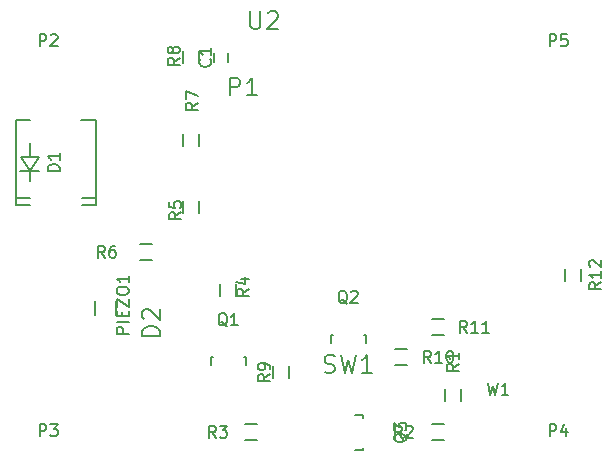
<source format=gto>
%TF.GenerationSoftware,KiCad,Pcbnew,4.0.2+e4-6225~38~ubuntu15.10.1-stable*%
%TF.CreationDate,2016-06-09T11:59:05+01:00*%
%TF.ProjectId,igrow-101,6967726F772D3130312E6B696361645F,101*%
%TF.FileFunction,Legend,Top*%
%FSLAX46Y46*%
G04 Gerber Fmt 4.6, Leading zero omitted, Abs format (unit mm)*
G04 Created by KiCad (PCBNEW 4.0.2+e4-6225~38~ubuntu15.10.1-stable) date Thu 09 Jun 2016 11:59:05 BST*
%MOMM*%
G01*
G04 APERTURE LIST*
%ADD10C,0.100000*%
%ADD11C,0.150000*%
G04 APERTURE END LIST*
D10*
D11*
X148625000Y-98775000D02*
X148625000Y-98075000D01*
X149825000Y-98075000D02*
X149825000Y-98775000D01*
X133055360Y-108010960D02*
X133055360Y-108912660D01*
X133055360Y-106713020D02*
X133055360Y-105714800D01*
X131853940Y-110365540D02*
X133055360Y-110365540D01*
X138656060Y-110365540D02*
X137454640Y-110365540D01*
X131853940Y-110914180D02*
X133055360Y-110914180D01*
X138656060Y-110914180D02*
X137454640Y-110914180D01*
X131853940Y-103715820D02*
X133106160Y-103715820D01*
X138656060Y-103715820D02*
X137403840Y-103715820D01*
X133855460Y-108010960D02*
X132255260Y-108010960D01*
X132306060Y-106862880D02*
X133855460Y-106862880D01*
X133055360Y-108013500D02*
X132306060Y-106862880D01*
X133055360Y-108010960D02*
X133855460Y-106860340D01*
X131853940Y-103715820D02*
X131853940Y-110914180D01*
X138656060Y-103715820D02*
X138656060Y-110914180D01*
X168235000Y-127500000D02*
X168235000Y-126500000D01*
X169585000Y-126500000D02*
X169585000Y-127500000D01*
X168140000Y-130850000D02*
X167140000Y-130850000D01*
X167140000Y-129500000D02*
X168140000Y-129500000D01*
X152265000Y-130850000D02*
X151265000Y-130850000D01*
X151265000Y-129500000D02*
X152265000Y-129500000D01*
X149185000Y-118610000D02*
X149185000Y-117610000D01*
X150535000Y-117610000D02*
X150535000Y-118610000D01*
X147360000Y-110625000D02*
X147360000Y-111625000D01*
X146010000Y-111625000D02*
X146010000Y-110625000D01*
X143375000Y-115610000D02*
X142375000Y-115610000D01*
X142375000Y-114260000D02*
X143375000Y-114260000D01*
X147360000Y-104910000D02*
X147360000Y-105910000D01*
X146010000Y-105910000D02*
X146010000Y-104910000D01*
X147360000Y-97925000D02*
X147360000Y-98925000D01*
X146010000Y-98925000D02*
X146010000Y-97925000D01*
X154980000Y-124595000D02*
X154980000Y-125595000D01*
X153630000Y-125595000D02*
X153630000Y-124595000D01*
X164965000Y-124500000D02*
X163965000Y-124500000D01*
X163965000Y-123150000D02*
X164965000Y-123150000D01*
X168140000Y-121960000D02*
X167140000Y-121960000D01*
X167140000Y-120610000D02*
X168140000Y-120610000D01*
X138571000Y-120234000D02*
X138571000Y-119034000D01*
X140321000Y-119034000D02*
X140321000Y-120234000D01*
X178395000Y-117340000D02*
X178395000Y-116340000D01*
X179745000Y-116340000D02*
X179745000Y-117340000D01*
X148360180Y-124510800D02*
X148360180Y-123809760D01*
X148360180Y-123809760D02*
X148609100Y-123809760D01*
X151159160Y-123809760D02*
X151359820Y-123809760D01*
X151359820Y-123809760D02*
X151359820Y-124510800D01*
X158520180Y-122605800D02*
X158520180Y-121904760D01*
X158520180Y-121904760D02*
X158769100Y-121904760D01*
X161319160Y-121904760D02*
X161519820Y-121904760D01*
X161519820Y-121904760D02*
X161519820Y-122605800D01*
X160604200Y-128675180D02*
X161305240Y-128675180D01*
X161305240Y-128675180D02*
X161305240Y-128924100D01*
X161305240Y-131474160D02*
X161305240Y-131674820D01*
X161305240Y-131674820D02*
X160604200Y-131674820D01*
X148312143Y-98591666D02*
X148359762Y-98639285D01*
X148407381Y-98782142D01*
X148407381Y-98877380D01*
X148359762Y-99020238D01*
X148264524Y-99115476D01*
X148169286Y-99163095D01*
X147978810Y-99210714D01*
X147835952Y-99210714D01*
X147645476Y-99163095D01*
X147550238Y-99115476D01*
X147455000Y-99020238D01*
X147407381Y-98877380D01*
X147407381Y-98782142D01*
X147455000Y-98639285D01*
X147502619Y-98591666D01*
X148407381Y-97639285D02*
X148407381Y-98210714D01*
X148407381Y-97925000D02*
X147407381Y-97925000D01*
X147550238Y-98020238D01*
X147645476Y-98115476D01*
X147693095Y-98210714D01*
X135580381Y-108053095D02*
X134580381Y-108053095D01*
X134580381Y-107815000D01*
X134628000Y-107672142D01*
X134723238Y-107576904D01*
X134818476Y-107529285D01*
X135008952Y-107481666D01*
X135151810Y-107481666D01*
X135342286Y-107529285D01*
X135437524Y-107576904D01*
X135532762Y-107672142D01*
X135580381Y-107815000D01*
X135580381Y-108053095D01*
X135580381Y-106529285D02*
X135580381Y-107100714D01*
X135580381Y-106815000D02*
X134580381Y-106815000D01*
X134723238Y-106910238D01*
X134818476Y-107005476D01*
X134866095Y-107100714D01*
X169362381Y-124372666D02*
X168886190Y-124706000D01*
X169362381Y-124944095D02*
X168362381Y-124944095D01*
X168362381Y-124563142D01*
X168410000Y-124467904D01*
X168457619Y-124420285D01*
X168552857Y-124372666D01*
X168695714Y-124372666D01*
X168790952Y-124420285D01*
X168838571Y-124467904D01*
X168886190Y-124563142D01*
X168886190Y-124944095D01*
X169362381Y-123420285D02*
X169362381Y-123991714D01*
X169362381Y-123706000D02*
X168362381Y-123706000D01*
X168505238Y-123801238D01*
X168600476Y-123896476D01*
X168648095Y-123991714D01*
X164552334Y-130627381D02*
X164219000Y-130151190D01*
X163980905Y-130627381D02*
X163980905Y-129627381D01*
X164361858Y-129627381D01*
X164457096Y-129675000D01*
X164504715Y-129722619D01*
X164552334Y-129817857D01*
X164552334Y-129960714D01*
X164504715Y-130055952D01*
X164457096Y-130103571D01*
X164361858Y-130151190D01*
X163980905Y-130151190D01*
X164933286Y-129722619D02*
X164980905Y-129675000D01*
X165076143Y-129627381D01*
X165314239Y-129627381D01*
X165409477Y-129675000D01*
X165457096Y-129722619D01*
X165504715Y-129817857D01*
X165504715Y-129913095D01*
X165457096Y-130055952D01*
X164885667Y-130627381D01*
X165504715Y-130627381D01*
X148804334Y-130627381D02*
X148471000Y-130151190D01*
X148232905Y-130627381D02*
X148232905Y-129627381D01*
X148613858Y-129627381D01*
X148709096Y-129675000D01*
X148756715Y-129722619D01*
X148804334Y-129817857D01*
X148804334Y-129960714D01*
X148756715Y-130055952D01*
X148709096Y-130103571D01*
X148613858Y-130151190D01*
X148232905Y-130151190D01*
X149137667Y-129627381D02*
X149756715Y-129627381D01*
X149423381Y-130008333D01*
X149566239Y-130008333D01*
X149661477Y-130055952D01*
X149709096Y-130103571D01*
X149756715Y-130198810D01*
X149756715Y-130436905D01*
X149709096Y-130532143D01*
X149661477Y-130579762D01*
X149566239Y-130627381D01*
X149280524Y-130627381D01*
X149185286Y-130579762D01*
X149137667Y-130532143D01*
X151582381Y-118022666D02*
X151106190Y-118356000D01*
X151582381Y-118594095D02*
X150582381Y-118594095D01*
X150582381Y-118213142D01*
X150630000Y-118117904D01*
X150677619Y-118070285D01*
X150772857Y-118022666D01*
X150915714Y-118022666D01*
X151010952Y-118070285D01*
X151058571Y-118117904D01*
X151106190Y-118213142D01*
X151106190Y-118594095D01*
X150915714Y-117165523D02*
X151582381Y-117165523D01*
X150534762Y-117403619D02*
X151249048Y-117641714D01*
X151249048Y-117022666D01*
X145867381Y-111545666D02*
X145391190Y-111879000D01*
X145867381Y-112117095D02*
X144867381Y-112117095D01*
X144867381Y-111736142D01*
X144915000Y-111640904D01*
X144962619Y-111593285D01*
X145057857Y-111545666D01*
X145200714Y-111545666D01*
X145295952Y-111593285D01*
X145343571Y-111640904D01*
X145391190Y-111736142D01*
X145391190Y-112117095D01*
X144867381Y-110640904D02*
X144867381Y-111117095D01*
X145343571Y-111164714D01*
X145295952Y-111117095D01*
X145248333Y-111021857D01*
X145248333Y-110783761D01*
X145295952Y-110688523D01*
X145343571Y-110640904D01*
X145438810Y-110593285D01*
X145676905Y-110593285D01*
X145772143Y-110640904D01*
X145819762Y-110688523D01*
X145867381Y-110783761D01*
X145867381Y-111021857D01*
X145819762Y-111117095D01*
X145772143Y-111164714D01*
X139406334Y-115387381D02*
X139073000Y-114911190D01*
X138834905Y-115387381D02*
X138834905Y-114387381D01*
X139215858Y-114387381D01*
X139311096Y-114435000D01*
X139358715Y-114482619D01*
X139406334Y-114577857D01*
X139406334Y-114720714D01*
X139358715Y-114815952D01*
X139311096Y-114863571D01*
X139215858Y-114911190D01*
X138834905Y-114911190D01*
X140263477Y-114387381D02*
X140073000Y-114387381D01*
X139977762Y-114435000D01*
X139930143Y-114482619D01*
X139834905Y-114625476D01*
X139787286Y-114815952D01*
X139787286Y-115196905D01*
X139834905Y-115292143D01*
X139882524Y-115339762D01*
X139977762Y-115387381D01*
X140168239Y-115387381D01*
X140263477Y-115339762D01*
X140311096Y-115292143D01*
X140358715Y-115196905D01*
X140358715Y-114958810D01*
X140311096Y-114863571D01*
X140263477Y-114815952D01*
X140168239Y-114768333D01*
X139977762Y-114768333D01*
X139882524Y-114815952D01*
X139834905Y-114863571D01*
X139787286Y-114958810D01*
X147264381Y-102274666D02*
X146788190Y-102608000D01*
X147264381Y-102846095D02*
X146264381Y-102846095D01*
X146264381Y-102465142D01*
X146312000Y-102369904D01*
X146359619Y-102322285D01*
X146454857Y-102274666D01*
X146597714Y-102274666D01*
X146692952Y-102322285D01*
X146740571Y-102369904D01*
X146788190Y-102465142D01*
X146788190Y-102846095D01*
X146264381Y-101941333D02*
X146264381Y-101274666D01*
X147264381Y-101703238D01*
X145740381Y-98464666D02*
X145264190Y-98798000D01*
X145740381Y-99036095D02*
X144740381Y-99036095D01*
X144740381Y-98655142D01*
X144788000Y-98559904D01*
X144835619Y-98512285D01*
X144930857Y-98464666D01*
X145073714Y-98464666D01*
X145168952Y-98512285D01*
X145216571Y-98559904D01*
X145264190Y-98655142D01*
X145264190Y-99036095D01*
X145168952Y-97893238D02*
X145121333Y-97988476D01*
X145073714Y-98036095D01*
X144978476Y-98083714D01*
X144930857Y-98083714D01*
X144835619Y-98036095D01*
X144788000Y-97988476D01*
X144740381Y-97893238D01*
X144740381Y-97702761D01*
X144788000Y-97607523D01*
X144835619Y-97559904D01*
X144930857Y-97512285D01*
X144978476Y-97512285D01*
X145073714Y-97559904D01*
X145121333Y-97607523D01*
X145168952Y-97702761D01*
X145168952Y-97893238D01*
X145216571Y-97988476D01*
X145264190Y-98036095D01*
X145359429Y-98083714D01*
X145549905Y-98083714D01*
X145645143Y-98036095D01*
X145692762Y-97988476D01*
X145740381Y-97893238D01*
X145740381Y-97702761D01*
X145692762Y-97607523D01*
X145645143Y-97559904D01*
X145549905Y-97512285D01*
X145359429Y-97512285D01*
X145264190Y-97559904D01*
X145216571Y-97607523D01*
X145168952Y-97702761D01*
X153360381Y-125261666D02*
X152884190Y-125595000D01*
X153360381Y-125833095D02*
X152360381Y-125833095D01*
X152360381Y-125452142D01*
X152408000Y-125356904D01*
X152455619Y-125309285D01*
X152550857Y-125261666D01*
X152693714Y-125261666D01*
X152788952Y-125309285D01*
X152836571Y-125356904D01*
X152884190Y-125452142D01*
X152884190Y-125833095D01*
X153360381Y-124785476D02*
X153360381Y-124595000D01*
X153312762Y-124499761D01*
X153265143Y-124452142D01*
X153122286Y-124356904D01*
X152931810Y-124309285D01*
X152550857Y-124309285D01*
X152455619Y-124356904D01*
X152408000Y-124404523D01*
X152360381Y-124499761D01*
X152360381Y-124690238D01*
X152408000Y-124785476D01*
X152455619Y-124833095D01*
X152550857Y-124880714D01*
X152788952Y-124880714D01*
X152884190Y-124833095D01*
X152931810Y-124785476D01*
X152979429Y-124690238D01*
X152979429Y-124499761D01*
X152931810Y-124404523D01*
X152884190Y-124356904D01*
X152788952Y-124309285D01*
X166997143Y-124277381D02*
X166663809Y-123801190D01*
X166425714Y-124277381D02*
X166425714Y-123277381D01*
X166806667Y-123277381D01*
X166901905Y-123325000D01*
X166949524Y-123372619D01*
X166997143Y-123467857D01*
X166997143Y-123610714D01*
X166949524Y-123705952D01*
X166901905Y-123753571D01*
X166806667Y-123801190D01*
X166425714Y-123801190D01*
X167949524Y-124277381D02*
X167378095Y-124277381D01*
X167663809Y-124277381D02*
X167663809Y-123277381D01*
X167568571Y-123420238D01*
X167473333Y-123515476D01*
X167378095Y-123563095D01*
X168568571Y-123277381D02*
X168663810Y-123277381D01*
X168759048Y-123325000D01*
X168806667Y-123372619D01*
X168854286Y-123467857D01*
X168901905Y-123658333D01*
X168901905Y-123896429D01*
X168854286Y-124086905D01*
X168806667Y-124182143D01*
X168759048Y-124229762D01*
X168663810Y-124277381D01*
X168568571Y-124277381D01*
X168473333Y-124229762D01*
X168425714Y-124182143D01*
X168378095Y-124086905D01*
X168330476Y-123896429D01*
X168330476Y-123658333D01*
X168378095Y-123467857D01*
X168425714Y-123372619D01*
X168473333Y-123325000D01*
X168568571Y-123277381D01*
X170045143Y-121737381D02*
X169711809Y-121261190D01*
X169473714Y-121737381D02*
X169473714Y-120737381D01*
X169854667Y-120737381D01*
X169949905Y-120785000D01*
X169997524Y-120832619D01*
X170045143Y-120927857D01*
X170045143Y-121070714D01*
X169997524Y-121165952D01*
X169949905Y-121213571D01*
X169854667Y-121261190D01*
X169473714Y-121261190D01*
X170997524Y-121737381D02*
X170426095Y-121737381D01*
X170711809Y-121737381D02*
X170711809Y-120737381D01*
X170616571Y-120880238D01*
X170521333Y-120975476D01*
X170426095Y-121023095D01*
X171949905Y-121737381D02*
X171378476Y-121737381D01*
X171664190Y-121737381D02*
X171664190Y-120737381D01*
X171568952Y-120880238D01*
X171473714Y-120975476D01*
X171378476Y-121023095D01*
X158020000Y-125067143D02*
X158234286Y-125138571D01*
X158591429Y-125138571D01*
X158734286Y-125067143D01*
X158805715Y-124995714D01*
X158877143Y-124852857D01*
X158877143Y-124710000D01*
X158805715Y-124567143D01*
X158734286Y-124495714D01*
X158591429Y-124424286D01*
X158305715Y-124352857D01*
X158162857Y-124281429D01*
X158091429Y-124210000D01*
X158020000Y-124067143D01*
X158020000Y-123924286D01*
X158091429Y-123781429D01*
X158162857Y-123710000D01*
X158305715Y-123638571D01*
X158662857Y-123638571D01*
X158877143Y-123710000D01*
X159377143Y-123638571D02*
X159734286Y-125138571D01*
X160020000Y-124067143D01*
X160305714Y-125138571D01*
X160662857Y-123638571D01*
X162020000Y-125138571D02*
X161162857Y-125138571D01*
X161591429Y-125138571D02*
X161591429Y-123638571D01*
X161448572Y-123852857D01*
X161305714Y-123995714D01*
X161162857Y-124067143D01*
X151727143Y-94533571D02*
X151727143Y-95747857D01*
X151798571Y-95890714D01*
X151870000Y-95962143D01*
X152012857Y-96033571D01*
X152298571Y-96033571D01*
X152441429Y-95962143D01*
X152512857Y-95890714D01*
X152584286Y-95747857D01*
X152584286Y-94533571D01*
X153227143Y-94676429D02*
X153298572Y-94605000D01*
X153441429Y-94533571D01*
X153798572Y-94533571D01*
X153941429Y-94605000D01*
X154012858Y-94676429D01*
X154084286Y-94819286D01*
X154084286Y-94962143D01*
X154012858Y-95176429D01*
X153155715Y-96033571D01*
X154084286Y-96033571D01*
X141422381Y-121808571D02*
X140422381Y-121808571D01*
X140422381Y-121427618D01*
X140470000Y-121332380D01*
X140517619Y-121284761D01*
X140612857Y-121237142D01*
X140755714Y-121237142D01*
X140850952Y-121284761D01*
X140898571Y-121332380D01*
X140946190Y-121427618D01*
X140946190Y-121808571D01*
X141422381Y-120808571D02*
X140422381Y-120808571D01*
X140898571Y-120332381D02*
X140898571Y-119999047D01*
X141422381Y-119856190D02*
X141422381Y-120332381D01*
X140422381Y-120332381D01*
X140422381Y-119856190D01*
X140422381Y-119522857D02*
X140422381Y-118856190D01*
X141422381Y-119522857D01*
X141422381Y-118856190D01*
X140422381Y-118284762D02*
X140422381Y-118094285D01*
X140470000Y-117999047D01*
X140565238Y-117903809D01*
X140755714Y-117856190D01*
X141089048Y-117856190D01*
X141279524Y-117903809D01*
X141374762Y-117999047D01*
X141422381Y-118094285D01*
X141422381Y-118284762D01*
X141374762Y-118380000D01*
X141279524Y-118475238D01*
X141089048Y-118522857D01*
X140755714Y-118522857D01*
X140565238Y-118475238D01*
X140470000Y-118380000D01*
X140422381Y-118284762D01*
X141422381Y-116903809D02*
X141422381Y-117475238D01*
X141422381Y-117189524D02*
X140422381Y-117189524D01*
X140565238Y-117284762D01*
X140660476Y-117380000D01*
X140708095Y-117475238D01*
X150022858Y-101643571D02*
X150022858Y-100143571D01*
X150594286Y-100143571D01*
X150737144Y-100215000D01*
X150808572Y-100286429D01*
X150880001Y-100429286D01*
X150880001Y-100643571D01*
X150808572Y-100786429D01*
X150737144Y-100857857D01*
X150594286Y-100929286D01*
X150022858Y-100929286D01*
X152308572Y-101643571D02*
X151451429Y-101643571D01*
X151880001Y-101643571D02*
X151880001Y-100143571D01*
X151737144Y-100357857D01*
X151594286Y-100500714D01*
X151451429Y-100572143D01*
X144061571Y-122011142D02*
X142561571Y-122011142D01*
X142561571Y-121653999D01*
X142633000Y-121439714D01*
X142775857Y-121296856D01*
X142918714Y-121225428D01*
X143204429Y-121153999D01*
X143418714Y-121153999D01*
X143704429Y-121225428D01*
X143847286Y-121296856D01*
X143990143Y-121439714D01*
X144061571Y-121653999D01*
X144061571Y-122011142D01*
X142704429Y-120582571D02*
X142633000Y-120511142D01*
X142561571Y-120368285D01*
X142561571Y-120011142D01*
X142633000Y-119868285D01*
X142704429Y-119796856D01*
X142847286Y-119725428D01*
X142990143Y-119725428D01*
X143204429Y-119796856D01*
X144061571Y-120653999D01*
X144061571Y-119725428D01*
X181422381Y-117482857D02*
X180946190Y-117816191D01*
X181422381Y-118054286D02*
X180422381Y-118054286D01*
X180422381Y-117673333D01*
X180470000Y-117578095D01*
X180517619Y-117530476D01*
X180612857Y-117482857D01*
X180755714Y-117482857D01*
X180850952Y-117530476D01*
X180898571Y-117578095D01*
X180946190Y-117673333D01*
X180946190Y-118054286D01*
X181422381Y-116530476D02*
X181422381Y-117101905D01*
X181422381Y-116816191D02*
X180422381Y-116816191D01*
X180565238Y-116911429D01*
X180660476Y-117006667D01*
X180708095Y-117101905D01*
X180517619Y-116149524D02*
X180470000Y-116101905D01*
X180422381Y-116006667D01*
X180422381Y-115768571D01*
X180470000Y-115673333D01*
X180517619Y-115625714D01*
X180612857Y-115578095D01*
X180708095Y-115578095D01*
X180850952Y-115625714D01*
X181422381Y-116197143D01*
X181422381Y-115578095D01*
X133881905Y-97472381D02*
X133881905Y-96472381D01*
X134262858Y-96472381D01*
X134358096Y-96520000D01*
X134405715Y-96567619D01*
X134453334Y-96662857D01*
X134453334Y-96805714D01*
X134405715Y-96900952D01*
X134358096Y-96948571D01*
X134262858Y-96996190D01*
X133881905Y-96996190D01*
X134834286Y-96567619D02*
X134881905Y-96520000D01*
X134977143Y-96472381D01*
X135215239Y-96472381D01*
X135310477Y-96520000D01*
X135358096Y-96567619D01*
X135405715Y-96662857D01*
X135405715Y-96758095D01*
X135358096Y-96900952D01*
X134786667Y-97472381D01*
X135405715Y-97472381D01*
X133881905Y-130492381D02*
X133881905Y-129492381D01*
X134262858Y-129492381D01*
X134358096Y-129540000D01*
X134405715Y-129587619D01*
X134453334Y-129682857D01*
X134453334Y-129825714D01*
X134405715Y-129920952D01*
X134358096Y-129968571D01*
X134262858Y-130016190D01*
X133881905Y-130016190D01*
X134786667Y-129492381D02*
X135405715Y-129492381D01*
X135072381Y-129873333D01*
X135215239Y-129873333D01*
X135310477Y-129920952D01*
X135358096Y-129968571D01*
X135405715Y-130063810D01*
X135405715Y-130301905D01*
X135358096Y-130397143D01*
X135310477Y-130444762D01*
X135215239Y-130492381D01*
X134929524Y-130492381D01*
X134834286Y-130444762D01*
X134786667Y-130397143D01*
X177061905Y-130492381D02*
X177061905Y-129492381D01*
X177442858Y-129492381D01*
X177538096Y-129540000D01*
X177585715Y-129587619D01*
X177633334Y-129682857D01*
X177633334Y-129825714D01*
X177585715Y-129920952D01*
X177538096Y-129968571D01*
X177442858Y-130016190D01*
X177061905Y-130016190D01*
X178490477Y-129825714D02*
X178490477Y-130492381D01*
X178252381Y-129444762D02*
X178014286Y-130159048D01*
X178633334Y-130159048D01*
X177061905Y-97472381D02*
X177061905Y-96472381D01*
X177442858Y-96472381D01*
X177538096Y-96520000D01*
X177585715Y-96567619D01*
X177633334Y-96662857D01*
X177633334Y-96805714D01*
X177585715Y-96900952D01*
X177538096Y-96948571D01*
X177442858Y-96996190D01*
X177061905Y-96996190D01*
X178538096Y-96472381D02*
X178061905Y-96472381D01*
X178014286Y-96948571D01*
X178061905Y-96900952D01*
X178157143Y-96853333D01*
X178395239Y-96853333D01*
X178490477Y-96900952D01*
X178538096Y-96948571D01*
X178585715Y-97043810D01*
X178585715Y-97281905D01*
X178538096Y-97377143D01*
X178490477Y-97424762D01*
X178395239Y-97472381D01*
X178157143Y-97472381D01*
X178061905Y-97424762D01*
X178014286Y-97377143D01*
X149764762Y-121197619D02*
X149669524Y-121150000D01*
X149574286Y-121054762D01*
X149431429Y-120911905D01*
X149336190Y-120864286D01*
X149240952Y-120864286D01*
X149288571Y-121102381D02*
X149193333Y-121054762D01*
X149098095Y-120959524D01*
X149050476Y-120769048D01*
X149050476Y-120435714D01*
X149098095Y-120245238D01*
X149193333Y-120150000D01*
X149288571Y-120102381D01*
X149479048Y-120102381D01*
X149574286Y-120150000D01*
X149669524Y-120245238D01*
X149717143Y-120435714D01*
X149717143Y-120769048D01*
X149669524Y-120959524D01*
X149574286Y-121054762D01*
X149479048Y-121102381D01*
X149288571Y-121102381D01*
X150669524Y-121102381D02*
X150098095Y-121102381D01*
X150383809Y-121102381D02*
X150383809Y-120102381D01*
X150288571Y-120245238D01*
X150193333Y-120340476D01*
X150098095Y-120388095D01*
X159924762Y-119292619D02*
X159829524Y-119245000D01*
X159734286Y-119149762D01*
X159591429Y-119006905D01*
X159496190Y-118959286D01*
X159400952Y-118959286D01*
X159448571Y-119197381D02*
X159353333Y-119149762D01*
X159258095Y-119054524D01*
X159210476Y-118864048D01*
X159210476Y-118530714D01*
X159258095Y-118340238D01*
X159353333Y-118245000D01*
X159448571Y-118197381D01*
X159639048Y-118197381D01*
X159734286Y-118245000D01*
X159829524Y-118340238D01*
X159877143Y-118530714D01*
X159877143Y-118864048D01*
X159829524Y-119054524D01*
X159734286Y-119149762D01*
X159639048Y-119197381D01*
X159448571Y-119197381D01*
X160258095Y-118292619D02*
X160305714Y-118245000D01*
X160400952Y-118197381D01*
X160639048Y-118197381D01*
X160734286Y-118245000D01*
X160781905Y-118292619D01*
X160829524Y-118387857D01*
X160829524Y-118483095D01*
X160781905Y-118625952D01*
X160210476Y-119197381D01*
X160829524Y-119197381D01*
X165012619Y-130270238D02*
X164965000Y-130365476D01*
X164869762Y-130460714D01*
X164726905Y-130603571D01*
X164679286Y-130698810D01*
X164679286Y-130794048D01*
X164917381Y-130746429D02*
X164869762Y-130841667D01*
X164774524Y-130936905D01*
X164584048Y-130984524D01*
X164250714Y-130984524D01*
X164060238Y-130936905D01*
X163965000Y-130841667D01*
X163917381Y-130746429D01*
X163917381Y-130555952D01*
X163965000Y-130460714D01*
X164060238Y-130365476D01*
X164250714Y-130317857D01*
X164584048Y-130317857D01*
X164774524Y-130365476D01*
X164869762Y-130460714D01*
X164917381Y-130555952D01*
X164917381Y-130746429D01*
X163917381Y-129984524D02*
X163917381Y-129365476D01*
X164298333Y-129698810D01*
X164298333Y-129555952D01*
X164345952Y-129460714D01*
X164393571Y-129413095D01*
X164488810Y-129365476D01*
X164726905Y-129365476D01*
X164822143Y-129413095D01*
X164869762Y-129460714D01*
X164917381Y-129555952D01*
X164917381Y-129841667D01*
X164869762Y-129936905D01*
X164822143Y-129984524D01*
X171815238Y-125992381D02*
X172053333Y-126992381D01*
X172243810Y-126278095D01*
X172434286Y-126992381D01*
X172672381Y-125992381D01*
X173577143Y-126992381D02*
X173005714Y-126992381D01*
X173291428Y-126992381D02*
X173291428Y-125992381D01*
X173196190Y-126135238D01*
X173100952Y-126230476D01*
X173005714Y-126278095D01*
M02*

</source>
